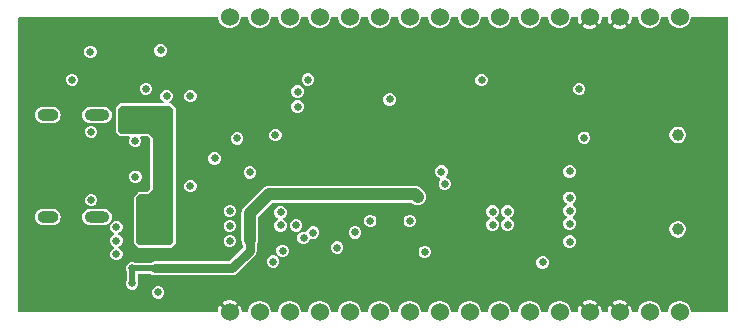
<source format=gbr>
%TF.GenerationSoftware,Altium Limited,Altium Designer,25.4.2 (15)*%
G04 Layer_Physical_Order=3*
G04 Layer_Color=16776960*
%FSLAX45Y45*%
%MOMM*%
%TF.SameCoordinates,D428E1E4-D561-4EBD-83AA-0298DF20FA0A*%
%TF.FilePolarity,Positive*%
%TF.FileFunction,Copper,L3,Inr,Signal*%
%TF.Part,Single*%
G01*
G75*
%TA.AperFunction,Conductor*%
%ADD35C,0.50800*%
%ADD38C,1.01600*%
%TA.AperFunction,ComponentPad*%
%ADD41O,2.10000X1.00000*%
%ADD42O,1.80000X1.00000*%
%ADD43C,0.65000*%
%ADD44C,1.00000*%
%ADD45C,1.52400*%
%TA.AperFunction,ViaPad*%
%ADD46C,0.66040*%
%TA.AperFunction,Conductor*%
%ADD47C,0.76200*%
G36*
X2413522Y1197484D02*
X2414000Y1197962D01*
X2427376Y1221129D01*
X2434300Y1246970D01*
Y1262885D01*
X2490500D01*
Y1247681D01*
X2497056Y1223214D01*
X2509721Y1201277D01*
X2527632Y1183366D01*
X2549568Y1170701D01*
X2574035Y1164145D01*
X2599365D01*
X2623832Y1170701D01*
X2645768Y1183366D01*
X2663679Y1201277D01*
X2676344Y1223214D01*
X2682900Y1247681D01*
Y1262885D01*
X2744500D01*
Y1247681D01*
X2751056Y1223214D01*
X2763721Y1201277D01*
X2781632Y1183366D01*
X2803568Y1170701D01*
X2828035Y1164145D01*
X2853365D01*
X2877832Y1170701D01*
X2899768Y1183366D01*
X2917679Y1201277D01*
X2930344Y1223214D01*
X2936900Y1247681D01*
Y1262885D01*
X3247478D01*
Y-1236910D01*
X3242397Y-1239015D01*
X2936900D01*
Y-1226990D01*
X2930344Y-1202523D01*
X2917679Y-1180586D01*
X2899768Y-1162676D01*
X2877832Y-1150011D01*
X2853365Y-1143455D01*
X2828035D01*
X2803568Y-1150011D01*
X2781632Y-1162676D01*
X2763721Y-1180586D01*
X2751056Y-1202523D01*
X2744500Y-1226990D01*
Y-1239015D01*
X2682900D01*
Y-1226990D01*
X2676344Y-1202523D01*
X2663679Y-1180586D01*
X2645768Y-1162676D01*
X2623832Y-1150011D01*
X2599365Y-1143455D01*
X2574035D01*
X2549568Y-1150011D01*
X2527632Y-1162676D01*
X2509721Y-1180586D01*
X2497056Y-1202523D01*
X2490500Y-1226990D01*
Y-1239015D01*
X2434300D01*
Y-1226279D01*
X2427376Y-1200439D01*
X2414000Y-1177271D01*
X2413522Y-1176792D01*
X2341680Y-1248635D01*
X2332699Y-1239655D01*
X2323719Y-1248635D01*
X2251877Y-1176793D01*
X2251400Y-1177271D01*
X2238024Y-1200439D01*
X2231100Y-1226279D01*
Y-1239015D01*
X2180300D01*
Y-1226279D01*
X2173376Y-1200439D01*
X2160000Y-1177271D01*
X2159522Y-1176792D01*
X2087680Y-1248635D01*
X2078699Y-1239655D01*
X2069719Y-1248635D01*
X1997877Y-1176793D01*
X1997400Y-1177271D01*
X1984024Y-1200439D01*
X1977100Y-1226279D01*
Y-1239015D01*
X1920900D01*
Y-1226990D01*
X1914344Y-1202523D01*
X1901679Y-1180586D01*
X1883768Y-1162676D01*
X1861832Y-1150011D01*
X1837365Y-1143455D01*
X1812035D01*
X1787568Y-1150011D01*
X1765632Y-1162676D01*
X1747721Y-1180586D01*
X1735056Y-1202523D01*
X1728500Y-1226990D01*
Y-1239015D01*
X1666900D01*
Y-1226990D01*
X1660344Y-1202523D01*
X1647679Y-1180586D01*
X1629768Y-1162676D01*
X1607832Y-1150011D01*
X1583365Y-1143455D01*
X1558035D01*
X1533568Y-1150011D01*
X1511632Y-1162676D01*
X1493721Y-1180586D01*
X1481056Y-1202523D01*
X1474500Y-1226990D01*
Y-1239015D01*
X1412900D01*
Y-1226990D01*
X1406344Y-1202523D01*
X1393679Y-1180586D01*
X1375768Y-1162676D01*
X1353832Y-1150011D01*
X1329365Y-1143455D01*
X1304035D01*
X1279568Y-1150011D01*
X1257632Y-1162676D01*
X1239721Y-1180586D01*
X1227056Y-1202523D01*
X1220500Y-1226990D01*
Y-1239015D01*
X1158900D01*
Y-1226990D01*
X1152344Y-1202523D01*
X1139679Y-1180586D01*
X1121768Y-1162676D01*
X1099832Y-1150011D01*
X1075365Y-1143455D01*
X1050035D01*
X1025568Y-1150011D01*
X1003632Y-1162676D01*
X985721Y-1180586D01*
X973056Y-1202523D01*
X966500Y-1226990D01*
Y-1239015D01*
X904900D01*
Y-1226990D01*
X898344Y-1202523D01*
X885679Y-1180586D01*
X867768Y-1162676D01*
X845832Y-1150011D01*
X821365Y-1143455D01*
X796035D01*
X771568Y-1150011D01*
X749632Y-1162676D01*
X731721Y-1180586D01*
X719056Y-1202523D01*
X712500Y-1226990D01*
Y-1239015D01*
X650900D01*
Y-1226990D01*
X644344Y-1202523D01*
X631679Y-1180586D01*
X613768Y-1162676D01*
X591832Y-1150011D01*
X567365Y-1143455D01*
X542035D01*
X517568Y-1150011D01*
X495632Y-1162676D01*
X477721Y-1180586D01*
X465056Y-1202523D01*
X458500Y-1226990D01*
Y-1239015D01*
X396900D01*
Y-1226990D01*
X390344Y-1202523D01*
X377679Y-1180586D01*
X359768Y-1162676D01*
X337832Y-1150011D01*
X313365Y-1143455D01*
X288035D01*
X263568Y-1150011D01*
X241632Y-1162676D01*
X223721Y-1180586D01*
X211056Y-1202523D01*
X204500Y-1226990D01*
Y-1239015D01*
X142900D01*
Y-1226990D01*
X136344Y-1202523D01*
X123679Y-1180586D01*
X105768Y-1162676D01*
X83832Y-1150011D01*
X59365Y-1143455D01*
X34035D01*
X9568Y-1150011D01*
X-12368Y-1162676D01*
X-30279Y-1180586D01*
X-42944Y-1202523D01*
X-49500Y-1226990D01*
Y-1239015D01*
X-111100D01*
Y-1226990D01*
X-117656Y-1202523D01*
X-130321Y-1180586D01*
X-148232Y-1162676D01*
X-170168Y-1150011D01*
X-194635Y-1143455D01*
X-219965D01*
X-244432Y-1150011D01*
X-266368Y-1162676D01*
X-284279Y-1180586D01*
X-296944Y-1202523D01*
X-303500Y-1226990D01*
Y-1239015D01*
X-365100D01*
Y-1226990D01*
X-371656Y-1202523D01*
X-384321Y-1180586D01*
X-402232Y-1162676D01*
X-424168Y-1150011D01*
X-448635Y-1143455D01*
X-473965D01*
X-498432Y-1150011D01*
X-520368Y-1162676D01*
X-538279Y-1180586D01*
X-550944Y-1202523D01*
X-557500Y-1226990D01*
Y-1239015D01*
X-619100D01*
Y-1226990D01*
X-625656Y-1202523D01*
X-638321Y-1180586D01*
X-656232Y-1162676D01*
X-678168Y-1150011D01*
X-702635Y-1143455D01*
X-727965D01*
X-752432Y-1150011D01*
X-774368Y-1162676D01*
X-792279Y-1180586D01*
X-804944Y-1202523D01*
X-811500Y-1226990D01*
Y-1239015D01*
X-867700D01*
Y-1226279D01*
X-874624Y-1200439D01*
X-888000Y-1177271D01*
X-888478Y-1176792D01*
X-960320Y-1248635D01*
X-969301Y-1239655D01*
X-978281Y-1248635D01*
X-1050123Y-1176793D01*
X-1050600Y-1177271D01*
X-1063976Y-1200439D01*
X-1070900Y-1226279D01*
Y-1239015D01*
X-2757082D01*
X-2762144Y1253896D01*
X-2753173Y1262885D01*
X-1065500D01*
Y1247681D01*
X-1058944Y1223214D01*
X-1046279Y1201277D01*
X-1028368Y1183366D01*
X-1006432Y1170701D01*
X-981965Y1164145D01*
X-956635D01*
X-932168Y1170701D01*
X-910232Y1183366D01*
X-892321Y1201277D01*
X-879656Y1223214D01*
X-873100Y1247681D01*
Y1262885D01*
X-811500D01*
Y1247681D01*
X-804944Y1223214D01*
X-792279Y1201277D01*
X-774368Y1183366D01*
X-752432Y1170701D01*
X-727965Y1164145D01*
X-702635D01*
X-678168Y1170701D01*
X-656232Y1183366D01*
X-638321Y1201277D01*
X-625656Y1223214D01*
X-619100Y1247681D01*
Y1262885D01*
X-557500D01*
Y1247681D01*
X-550944Y1223214D01*
X-538279Y1201277D01*
X-520368Y1183366D01*
X-498432Y1170701D01*
X-473965Y1164145D01*
X-448635D01*
X-424168Y1170701D01*
X-402232Y1183366D01*
X-384321Y1201277D01*
X-371656Y1223214D01*
X-365100Y1247681D01*
Y1262885D01*
X-303500D01*
Y1247681D01*
X-296944Y1223214D01*
X-284279Y1201277D01*
X-266368Y1183366D01*
X-244432Y1170701D01*
X-219965Y1164145D01*
X-194635D01*
X-170168Y1170701D01*
X-148232Y1183366D01*
X-130321Y1201277D01*
X-117656Y1223214D01*
X-111100Y1247681D01*
Y1262885D01*
X-49500D01*
Y1247681D01*
X-42944Y1223214D01*
X-30279Y1201277D01*
X-12368Y1183366D01*
X9568Y1170701D01*
X34035Y1164145D01*
X59365D01*
X83832Y1170701D01*
X105768Y1183366D01*
X123679Y1201277D01*
X136344Y1223214D01*
X142900Y1247681D01*
Y1262885D01*
X204500D01*
Y1247681D01*
X211056Y1223214D01*
X223721Y1201277D01*
X241632Y1183366D01*
X263568Y1170701D01*
X288035Y1164145D01*
X313365D01*
X337832Y1170701D01*
X359768Y1183366D01*
X377679Y1201277D01*
X390344Y1223214D01*
X396900Y1247681D01*
Y1262885D01*
X458500D01*
Y1247681D01*
X465056Y1223214D01*
X477721Y1201277D01*
X495632Y1183366D01*
X517568Y1170701D01*
X542035Y1164145D01*
X567365D01*
X591832Y1170701D01*
X613768Y1183366D01*
X631679Y1201277D01*
X644344Y1223214D01*
X650900Y1247681D01*
Y1262885D01*
X712500D01*
Y1247681D01*
X719056Y1223214D01*
X731721Y1201277D01*
X749632Y1183366D01*
X771568Y1170701D01*
X796035Y1164145D01*
X821365D01*
X845832Y1170701D01*
X867768Y1183366D01*
X885679Y1201277D01*
X898344Y1223214D01*
X904900Y1247681D01*
Y1262885D01*
X966500D01*
Y1247681D01*
X973056Y1223214D01*
X985721Y1201277D01*
X1003632Y1183366D01*
X1025568Y1170701D01*
X1050035Y1164145D01*
X1075365D01*
X1099832Y1170701D01*
X1121768Y1183366D01*
X1139679Y1201277D01*
X1152344Y1223214D01*
X1158900Y1247681D01*
Y1262885D01*
X1220500D01*
Y1247681D01*
X1227056Y1223214D01*
X1239721Y1201277D01*
X1257632Y1183366D01*
X1279568Y1170701D01*
X1304035Y1164145D01*
X1329365D01*
X1353832Y1170701D01*
X1375768Y1183366D01*
X1393679Y1201277D01*
X1406344Y1223214D01*
X1412900Y1247681D01*
Y1262885D01*
X1474500D01*
Y1247681D01*
X1481056Y1223214D01*
X1493721Y1201277D01*
X1511632Y1183366D01*
X1533568Y1170701D01*
X1558035Y1164145D01*
X1583365D01*
X1607832Y1170701D01*
X1629768Y1183366D01*
X1647679Y1201277D01*
X1660344Y1223214D01*
X1666900Y1247681D01*
Y1262885D01*
X1728500D01*
Y1247681D01*
X1735056Y1223214D01*
X1747721Y1201277D01*
X1765632Y1183366D01*
X1787568Y1170701D01*
X1812035Y1164145D01*
X1837365D01*
X1861832Y1170701D01*
X1883768Y1183366D01*
X1901679Y1201277D01*
X1914344Y1223214D01*
X1920900Y1247681D01*
Y1262885D01*
X1977100D01*
Y1246970D01*
X1984024Y1221129D01*
X1997400Y1197962D01*
X1997878Y1197484D01*
X2069720Y1269326D01*
X2078700Y1260345D01*
X2087680Y1269326D01*
X2159522Y1197484D01*
X2160000Y1197962D01*
X2173376Y1221129D01*
X2180300Y1246970D01*
Y1262885D01*
X2231100D01*
Y1246970D01*
X2238024Y1221129D01*
X2251400Y1197962D01*
X2251878Y1197484D01*
X2323720Y1269326D01*
X2332700Y1260345D01*
X2341680Y1269326D01*
X2413522Y1197484D01*
D02*
G37*
%LPC*%
G36*
X2332700Y1242385D02*
X2269838Y1179523D01*
X2270316Y1179045D01*
X2293484Y1165669D01*
X2319324Y1158745D01*
X2346076D01*
X2371916Y1165669D01*
X2395084Y1179045D01*
X2395562Y1179523D01*
X2332700Y1242385D01*
D02*
G37*
G36*
X2078700D02*
X2015838Y1179523D01*
X2016316Y1179045D01*
X2039484Y1165669D01*
X2065324Y1158745D01*
X2092076D01*
X2117916Y1165669D01*
X2141084Y1179045D01*
X2141562Y1179523D01*
X2078700Y1242385D01*
D02*
G37*
G36*
X-1542576Y1028885D02*
X-1563669D01*
X-1583156Y1020814D01*
X-1598070Y1005899D01*
X-1606142Y986412D01*
Y965319D01*
X-1598070Y945832D01*
X-1583156Y930917D01*
X-1563669Y922846D01*
X-1542576D01*
X-1523089Y930917D01*
X-1508174Y945832D01*
X-1500102Y965319D01*
Y986412D01*
X-1508174Y1005899D01*
X-1523089Y1020814D01*
X-1542576Y1028885D01*
D02*
G37*
G36*
X-2136936Y1016185D02*
X-2158029D01*
X-2177516Y1008114D01*
X-2192430Y993199D01*
X-2200502Y973712D01*
Y952619D01*
X-2192430Y933132D01*
X-2177516Y918217D01*
X-2158029Y910145D01*
X-2136936D01*
X-2117449Y918217D01*
X-2102534Y933132D01*
X-2094462Y952619D01*
Y973712D01*
X-2102534Y993199D01*
X-2117449Y1008114D01*
X-2136936Y1016185D01*
D02*
G37*
G36*
X-295436Y782505D02*
X-316529D01*
X-336016Y774434D01*
X-350930Y759519D01*
X-359002Y740032D01*
Y718939D01*
X-350930Y699452D01*
X-336016Y684537D01*
X-316529Y676466D01*
X-295436D01*
X-275949Y684537D01*
X-261034Y699452D01*
X-252962Y718939D01*
Y740032D01*
X-261034Y759519D01*
X-275949Y774434D01*
X-295436Y782505D01*
D02*
G37*
G36*
X-2291876Y779965D02*
X-2312969D01*
X-2332456Y771894D01*
X-2347370Y756979D01*
X-2355442Y737492D01*
Y716399D01*
X-2347370Y696912D01*
X-2332456Y681997D01*
X-2312969Y673926D01*
X-2291876D01*
X-2272389Y681997D01*
X-2257474Y696912D01*
X-2249402Y716399D01*
Y737492D01*
X-2257474Y756979D01*
X-2272389Y771894D01*
X-2291876Y779965D01*
D02*
G37*
G36*
X1175224Y777425D02*
X1154131D01*
X1134644Y769354D01*
X1119730Y754439D01*
X1111658Y734952D01*
Y713859D01*
X1119730Y694372D01*
X1134644Y679457D01*
X1154131Y671386D01*
X1175224D01*
X1194711Y679457D01*
X1209626Y694372D01*
X1217698Y713859D01*
Y734952D01*
X1209626Y754439D01*
X1194711Y769354D01*
X1175224Y777425D01*
D02*
G37*
G36*
X-1667036Y703765D02*
X-1688129D01*
X-1707616Y695694D01*
X-1722530Y680779D01*
X-1730602Y661292D01*
Y640199D01*
X-1722530Y620712D01*
X-1707616Y605797D01*
X-1688129Y597725D01*
X-1667036D01*
X-1647549Y605797D01*
X-1632634Y620712D01*
X-1624562Y640199D01*
Y661292D01*
X-1632634Y680779D01*
X-1647549Y695694D01*
X-1667036Y703765D01*
D02*
G37*
G36*
X2000724Y701225D02*
X1979631D01*
X1960144Y693154D01*
X1945230Y678239D01*
X1937158Y658752D01*
Y637659D01*
X1945230Y618172D01*
X1960144Y603257D01*
X1979631Y595185D01*
X2000724D01*
X2020211Y603257D01*
X2035126Y618172D01*
X2043198Y637659D01*
Y658752D01*
X2035126Y678239D01*
X2020211Y693154D01*
X2000724Y701225D01*
D02*
G37*
G36*
X-381796Y680905D02*
X-402889D01*
X-422376Y672834D01*
X-437290Y657919D01*
X-445362Y638432D01*
Y617339D01*
X-437290Y597852D01*
X-422376Y582937D01*
X-402889Y574865D01*
X-381796D01*
X-362309Y582937D01*
X-347394Y597852D01*
X-339322Y617339D01*
Y638432D01*
X-347394Y657919D01*
X-362309Y672834D01*
X-381796Y680905D01*
D02*
G37*
G36*
X-1290554Y642915D02*
X-1311647D01*
X-1331133Y634844D01*
X-1346048Y619929D01*
X-1354120Y600442D01*
Y579349D01*
X-1346048Y559862D01*
X-1331133Y544947D01*
X-1311647Y536875D01*
X-1290554D01*
X-1271067Y544947D01*
X-1256152Y559862D01*
X-1248080Y579349D01*
Y600442D01*
X-1256152Y619929D01*
X-1271067Y634844D01*
X-1290554Y642915D01*
D02*
G37*
G36*
X-1492154D02*
X-1513247D01*
X-1532734Y634844D01*
X-1547648Y619929D01*
X-1555720Y600442D01*
Y579349D01*
X-1547648Y559862D01*
X-1532734Y544947D01*
X-1524646Y541597D01*
X-1527172Y528897D01*
X-1890649D01*
X-1891626Y528703D01*
X-1892619Y528802D01*
X-1895501Y527932D01*
X-1898453Y527345D01*
X-1899281Y526791D01*
X-1900236Y526503D01*
X-1902565Y524597D01*
X-1905068Y522925D01*
X-1905622Y522096D01*
X-1906393Y521465D01*
X-1929547Y493334D01*
X-1930970Y490682D01*
X-1932643Y488179D01*
X-1932837Y487202D01*
X-1933308Y486323D01*
X-1933608Y483326D01*
X-1934195Y480375D01*
X-1934194Y295145D01*
X-1932642Y287341D01*
X-1928221Y280726D01*
X-1928221Y280725D01*
X-1905362Y257867D01*
X-1905362Y257866D01*
X-1898746Y253446D01*
X-1890942Y251894D01*
X-1817489D01*
X-1812629Y240160D01*
X-1813970Y238819D01*
X-1822042Y219332D01*
Y198239D01*
X-1813970Y178752D01*
X-1799056Y163837D01*
X-1779569Y155766D01*
X-1758476D01*
X-1738989Y163837D01*
X-1724074Y178752D01*
X-1716002Y198239D01*
Y219332D01*
X-1724074Y238819D01*
X-1725416Y240160D01*
X-1720556Y251894D01*
X-1662876D01*
X-1639554Y228572D01*
Y-195936D01*
X-1666562Y-222943D01*
X-1733462Y-222943D01*
X-1741266Y-224495D01*
X-1747882Y-228915D01*
X-1747882Y-228916D01*
X-1773282Y-254315D01*
X-1777702Y-260931D01*
X-1779254Y-268735D01*
X-1779255Y-649735D01*
X-1777702Y-657538D01*
X-1773282Y-664154D01*
X-1773281Y-664155D01*
X-1747882Y-689553D01*
X-1747882Y-689554D01*
X-1741266Y-693974D01*
X-1733462Y-695527D01*
X-1469304D01*
X-1469303Y-695527D01*
X-1461499Y-693974D01*
X-1454883Y-689554D01*
X-1454883Y-689553D01*
X-1429483Y-664154D01*
X-1425063Y-657538D01*
X-1423510Y-649735D01*
Y478024D01*
X-1423510Y478025D01*
X-1425063Y485829D01*
X-1429483Y492445D01*
X-1429484Y492445D01*
X-1459963Y522925D01*
X-1466579Y527345D01*
X-1474382Y528897D01*
X-1478228D01*
X-1480754Y541597D01*
X-1472667Y544947D01*
X-1457752Y559862D01*
X-1449680Y579349D01*
Y600442D01*
X-1457752Y619929D01*
X-1472667Y634844D01*
X-1492154Y642915D01*
D02*
G37*
G36*
X397984Y614865D02*
X376891D01*
X357404Y606794D01*
X342490Y591879D01*
X334418Y572392D01*
Y551299D01*
X342490Y531812D01*
X357404Y516897D01*
X376891Y508825D01*
X397984D01*
X417471Y516897D01*
X432386Y531812D01*
X440458Y551299D01*
Y572392D01*
X432386Y591879D01*
X417471Y606794D01*
X397984Y614865D01*
D02*
G37*
G36*
X-381796Y553905D02*
X-402889D01*
X-422376Y545834D01*
X-437290Y530919D01*
X-445362Y511432D01*
Y490339D01*
X-437290Y470852D01*
X-422376Y455937D01*
X-402889Y447865D01*
X-381796D01*
X-362309Y455937D01*
X-347394Y470852D01*
X-339322Y490339D01*
Y511432D01*
X-347394Y530919D01*
X-362309Y545834D01*
X-381796Y553905D01*
D02*
G37*
G36*
X-2036192Y500569D02*
X-2146193D01*
X-2164466Y498163D01*
X-2181494Y491110D01*
X-2196117Y479890D01*
X-2207337Y465267D01*
X-2214391Y448239D01*
X-2216796Y429965D01*
X-2214391Y411692D01*
X-2207337Y394663D01*
X-2196117Y380041D01*
X-2181494Y368821D01*
X-2164466Y361767D01*
X-2146193Y359361D01*
X-2036192D01*
X-2017919Y361767D01*
X-2000890Y368821D01*
X-1986268Y380041D01*
X-1975048Y394663D01*
X-1967994Y411692D01*
X-1965588Y429965D01*
X-1967994Y448239D01*
X-1975048Y465267D01*
X-1986268Y479890D01*
X-2000890Y491110D01*
X-2017919Y498163D01*
X-2036192Y500569D01*
D02*
G37*
G36*
X-2469192D02*
X-2549192D01*
X-2567466Y498163D01*
X-2584494Y491110D01*
X-2599117Y479890D01*
X-2610337Y465267D01*
X-2617390Y448239D01*
X-2619796Y429965D01*
X-2617390Y411692D01*
X-2610337Y394663D01*
X-2599117Y380041D01*
X-2584494Y368821D01*
X-2567466Y361767D01*
X-2549192Y359361D01*
X-2469192D01*
X-2450919Y361767D01*
X-2433890Y368821D01*
X-2419268Y380041D01*
X-2408048Y394663D01*
X-2400994Y411692D01*
X-2398589Y429965D01*
X-2400994Y448239D01*
X-2408048Y465267D01*
X-2419268Y479890D01*
X-2433890Y491110D01*
X-2450919Y498163D01*
X-2469192Y500569D01*
D02*
G37*
G36*
X-2130749Y339466D02*
X-2151635D01*
X-2170931Y331473D01*
X-2185700Y316704D01*
X-2193692Y297409D01*
Y276523D01*
X-2185700Y257227D01*
X-2170931Y242458D01*
X-2151635Y234466D01*
X-2130749D01*
X-2111453Y242458D01*
X-2096685Y257227D01*
X-2088692Y276523D01*
Y297409D01*
X-2096685Y316704D01*
X-2111453Y331473D01*
X-2130749Y339466D01*
D02*
G37*
G36*
X-571114Y312100D02*
X-592206D01*
X-611693Y304028D01*
X-626608Y289113D01*
X-634680Y269626D01*
Y248534D01*
X-626608Y229047D01*
X-611693Y214132D01*
X-592206Y206060D01*
X-571114D01*
X-551627Y214132D01*
X-536712Y229047D01*
X-528640Y248534D01*
Y269626D01*
X-536712Y289113D01*
X-551627Y304028D01*
X-571114Y312100D01*
D02*
G37*
G36*
X2835056Y331939D02*
X2816624D01*
X2798821Y327169D01*
X2782859Y317953D01*
X2769826Y304920D01*
X2760610Y288958D01*
X2755840Y271155D01*
Y252723D01*
X2760610Y234920D01*
X2769826Y218958D01*
X2782859Y205925D01*
X2798821Y196710D01*
X2816624Y191939D01*
X2835056D01*
X2852859Y196710D01*
X2868821Y205925D01*
X2881854Y218958D01*
X2891069Y234920D01*
X2895840Y252723D01*
Y271155D01*
X2891069Y288958D01*
X2881854Y304920D01*
X2868821Y317953D01*
X2852859Y327169D01*
X2835056Y331939D01*
D02*
G37*
G36*
X2043904Y289745D02*
X2022811D01*
X2003324Y281674D01*
X1988410Y266759D01*
X1980338Y247272D01*
Y226179D01*
X1988410Y206692D01*
X2003324Y191777D01*
X2022811Y183705D01*
X2043904D01*
X2063391Y191777D01*
X2078306Y206692D01*
X2086378Y226179D01*
Y247272D01*
X2078306Y266759D01*
X2063391Y281674D01*
X2043904Y289745D01*
D02*
G37*
G36*
X-894876Y284665D02*
X-915969D01*
X-935456Y276594D01*
X-950370Y261679D01*
X-958442Y242192D01*
Y221099D01*
X-950370Y201612D01*
X-935456Y186697D01*
X-915969Y178625D01*
X-894876D01*
X-875389Y186697D01*
X-860474Y201612D01*
X-852402Y221099D01*
Y242192D01*
X-860474Y261679D01*
X-875389Y276594D01*
X-894876Y284665D01*
D02*
G37*
G36*
X-1085376Y114485D02*
X-1106469D01*
X-1125956Y106414D01*
X-1140870Y91499D01*
X-1148942Y72012D01*
Y50919D01*
X-1140870Y31432D01*
X-1125956Y16517D01*
X-1106469Y8446D01*
X-1085376D01*
X-1065889Y16517D01*
X-1050974Y31432D01*
X-1042902Y50919D01*
Y72012D01*
X-1050974Y91499D01*
X-1065889Y106414D01*
X-1085376Y114485D01*
D02*
G37*
G36*
X1921984Y5265D02*
X1900891D01*
X1881404Y-2806D01*
X1866490Y-17721D01*
X1858418Y-37208D01*
Y-58301D01*
X1866490Y-77788D01*
X1881404Y-92703D01*
X1900891Y-100774D01*
X1921984D01*
X1941471Y-92703D01*
X1956386Y-77788D01*
X1964458Y-58301D01*
Y-37208D01*
X1956386Y-17721D01*
X1941471Y-2806D01*
X1921984Y5265D01*
D02*
G37*
G36*
X-785656Y-2355D02*
X-806749D01*
X-826236Y-10426D01*
X-841150Y-25341D01*
X-849222Y-44828D01*
Y-65921D01*
X-841150Y-85408D01*
X-826236Y-100323D01*
X-806749Y-108394D01*
X-785656D01*
X-766169Y-100323D01*
X-751254Y-85408D01*
X-743182Y-65921D01*
Y-44828D01*
X-751254Y-25341D01*
X-766169Y-10426D01*
X-785656Y-2355D01*
D02*
G37*
G36*
X-1755936Y-40455D02*
X-1777029D01*
X-1796516Y-48526D01*
X-1811430Y-63441D01*
X-1819502Y-82928D01*
Y-104021D01*
X-1811430Y-123508D01*
X-1796516Y-138423D01*
X-1777029Y-146494D01*
X-1755936D01*
X-1736449Y-138423D01*
X-1721534Y-123508D01*
X-1713462Y-104021D01*
Y-82928D01*
X-1721534Y-63441D01*
X-1736449Y-48526D01*
X-1755936Y-40455D01*
D02*
G37*
G36*
X600798Y-169383D02*
X600796Y-169384D01*
X-636180D01*
X-636182Y-169383D01*
X-654665Y-171817D01*
X-671888Y-178951D01*
X-686678Y-190299D01*
X-686678Y-190300D01*
X-849238Y-352859D01*
X-860586Y-367649D01*
X-867720Y-384872D01*
X-870153Y-403355D01*
X-870153Y-403357D01*
Y-629415D01*
X-867720Y-647897D01*
X-860586Y-665120D01*
X-857981Y-668516D01*
Y-696317D01*
X-970600Y-808936D01*
X-1601382D01*
X-1624052Y-813446D01*
X-1636682Y-821885D01*
X-1767627D01*
X-1783876Y-815155D01*
X-1804969D01*
X-1824456Y-823226D01*
X-1839370Y-838141D01*
X-1847442Y-857628D01*
Y-878721D01*
X-1840712Y-894970D01*
Y-968380D01*
X-1847442Y-984628D01*
Y-1005721D01*
X-1839370Y-1025208D01*
X-1824456Y-1040123D01*
X-1804969Y-1048194D01*
X-1783876D01*
X-1764389Y-1040123D01*
X-1749474Y-1025208D01*
X-1741402Y-1005721D01*
Y-984628D01*
X-1748133Y-968380D01*
Y-914464D01*
X-1636682D01*
X-1624052Y-922903D01*
X-1601382Y-927413D01*
X-946062D01*
X-923393Y-922903D01*
X-904175Y-910062D01*
X-756855Y-762742D01*
X-744013Y-743524D01*
X-739504Y-720855D01*
Y-668516D01*
X-736899Y-665120D01*
X-729765Y-647897D01*
X-727332Y-629415D01*
Y-432934D01*
X-606603Y-312205D01*
X571218D01*
X573162Y-314149D01*
X587952Y-325498D01*
X605175Y-332632D01*
X623658Y-335066D01*
X642140Y-332632D01*
X659363Y-325498D01*
X674153Y-314149D01*
X685501Y-299360D01*
X692635Y-282137D01*
X695069Y-263655D01*
X692635Y-245172D01*
X685501Y-227949D01*
X674153Y-213159D01*
X651293Y-190299D01*
X636503Y-178951D01*
X619280Y-171817D01*
X600798Y-169383D01*
D02*
G37*
G36*
X836046Y2220D02*
X814954D01*
X795467Y-5852D01*
X780552Y-20767D01*
X772480Y-40254D01*
Y-61346D01*
X780552Y-80833D01*
X795467Y-95748D01*
X813198Y-103093D01*
X816363Y-110263D01*
X817731Y-116520D01*
X809850Y-124401D01*
X801778Y-143888D01*
Y-164981D01*
X809850Y-184468D01*
X824764Y-199383D01*
X844251Y-207455D01*
X865344D01*
X884831Y-199383D01*
X899746Y-184468D01*
X907818Y-164981D01*
Y-143888D01*
X899746Y-124401D01*
X884831Y-109486D01*
X867100Y-102142D01*
X863935Y-94971D01*
X862567Y-88715D01*
X870448Y-80833D01*
X878520Y-61346D01*
Y-40254D01*
X870448Y-20767D01*
X855533Y-5852D01*
X836046Y2220D01*
D02*
G37*
G36*
X-1290554Y-119085D02*
X-1311647D01*
X-1331133Y-127156D01*
X-1346048Y-142071D01*
X-1354120Y-161558D01*
Y-182651D01*
X-1346048Y-202138D01*
X-1331133Y-217053D01*
X-1311647Y-225125D01*
X-1290554D01*
X-1271067Y-217053D01*
X-1256152Y-202138D01*
X-1248080Y-182651D01*
Y-161558D01*
X-1256152Y-142071D01*
X-1271067Y-127156D01*
X-1290554Y-119085D01*
D02*
G37*
G36*
X-2130749Y-238534D02*
X-2151635D01*
X-2170931Y-246527D01*
X-2185700Y-261296D01*
X-2193692Y-280592D01*
Y-301477D01*
X-2185700Y-320773D01*
X-2170931Y-335542D01*
X-2151635Y-343534D01*
X-2130749D01*
X-2111453Y-335542D01*
X-2096685Y-320773D01*
X-2088692Y-301477D01*
Y-280592D01*
X-2096685Y-261296D01*
X-2111453Y-246527D01*
X-2130749Y-238534D01*
D02*
G37*
G36*
X-955836Y-330015D02*
X-976929D01*
X-996416Y-338086D01*
X-1011330Y-353001D01*
X-1019402Y-372488D01*
Y-393581D01*
X-1011330Y-413068D01*
X-996416Y-427983D01*
X-976929Y-436055D01*
X-955836D01*
X-936349Y-427983D01*
X-921434Y-413068D01*
X-913362Y-393581D01*
Y-372488D01*
X-921434Y-353001D01*
X-936349Y-338086D01*
X-955836Y-330015D01*
D02*
G37*
G36*
X-2036192Y-363431D02*
X-2146193D01*
X-2164466Y-365837D01*
X-2181494Y-372890D01*
X-2196117Y-384110D01*
X-2207337Y-398733D01*
X-2214391Y-415761D01*
X-2216796Y-434035D01*
X-2214391Y-452308D01*
X-2207337Y-469337D01*
X-2196117Y-483959D01*
X-2181494Y-495179D01*
X-2164466Y-502233D01*
X-2146193Y-504639D01*
X-2036192D01*
X-2017919Y-502233D01*
X-2000890Y-495179D01*
X-1986268Y-483959D01*
X-1975048Y-469337D01*
X-1967994Y-452308D01*
X-1965588Y-434035D01*
X-1967994Y-415761D01*
X-1975048Y-398733D01*
X-1986268Y-384110D01*
X-2000890Y-372890D01*
X-2017919Y-365837D01*
X-2036192Y-363431D01*
D02*
G37*
G36*
X-2469192D02*
X-2549192D01*
X-2567466Y-365837D01*
X-2584494Y-372890D01*
X-2599117Y-384110D01*
X-2610337Y-398733D01*
X-2617390Y-415761D01*
X-2619796Y-434035D01*
X-2617390Y-452308D01*
X-2610337Y-469337D01*
X-2599117Y-483959D01*
X-2584494Y-495179D01*
X-2567466Y-502233D01*
X-2549192Y-504639D01*
X-2469192D01*
X-2450919Y-502233D01*
X-2433890Y-495179D01*
X-2419268Y-483959D01*
X-2408048Y-469337D01*
X-2400994Y-452308D01*
X-2398589Y-434035D01*
X-2400994Y-415761D01*
X-2408048Y-398733D01*
X-2419268Y-384110D01*
X-2433890Y-372890D01*
X-2450919Y-365837D01*
X-2469192Y-363431D01*
D02*
G37*
G36*
X567786Y-414475D02*
X546694D01*
X527207Y-422547D01*
X512292Y-437461D01*
X504220Y-456948D01*
Y-478041D01*
X512292Y-497528D01*
X527207Y-512443D01*
X546694Y-520515D01*
X567786D01*
X587273Y-512443D01*
X602188Y-497528D01*
X610260Y-478041D01*
Y-456948D01*
X602188Y-437461D01*
X587273Y-422547D01*
X567786Y-414475D01*
D02*
G37*
G36*
X232506D02*
X211414D01*
X191927Y-422547D01*
X177012Y-437461D01*
X168940Y-456948D01*
Y-478041D01*
X177012Y-497528D01*
X191927Y-512443D01*
X211414Y-520515D01*
X232506D01*
X251993Y-512443D01*
X266908Y-497528D01*
X274980Y-478041D01*
Y-456948D01*
X266908Y-437461D01*
X251993Y-422547D01*
X232506Y-414475D01*
D02*
G37*
G36*
X1921984Y-218255D02*
X1900891D01*
X1881404Y-226326D01*
X1866490Y-241241D01*
X1858418Y-260728D01*
Y-281821D01*
X1866490Y-301308D01*
X1881404Y-316223D01*
X1888137Y-319011D01*
Y-332758D01*
X1881404Y-335546D01*
X1866490Y-350461D01*
X1858418Y-369948D01*
Y-391041D01*
X1866490Y-410528D01*
X1881404Y-425443D01*
X1888137Y-428231D01*
Y-441978D01*
X1881404Y-444766D01*
X1866490Y-459681D01*
X1858418Y-479168D01*
Y-500261D01*
X1866490Y-519748D01*
X1881404Y-534663D01*
X1900891Y-542734D01*
X1921984D01*
X1941471Y-534663D01*
X1956386Y-519748D01*
X1964458Y-500261D01*
Y-479168D01*
X1956386Y-459681D01*
X1941471Y-444766D01*
X1934739Y-441978D01*
Y-428231D01*
X1941471Y-425443D01*
X1956386Y-410528D01*
X1964458Y-391041D01*
Y-369948D01*
X1956386Y-350461D01*
X1941471Y-335546D01*
X1934739Y-332758D01*
Y-319011D01*
X1941471Y-316223D01*
X1956386Y-301308D01*
X1964458Y-281821D01*
Y-260728D01*
X1956386Y-241241D01*
X1941471Y-226326D01*
X1921984Y-218255D01*
D02*
G37*
G36*
X1396204Y-335095D02*
X1375111D01*
X1355624Y-343166D01*
X1340710Y-358081D01*
X1332638Y-377568D01*
Y-398661D01*
X1340710Y-418148D01*
X1355624Y-433063D01*
X1362708Y-435997D01*
Y-449743D01*
X1355624Y-452677D01*
X1340710Y-467592D01*
X1332638Y-487079D01*
Y-508172D01*
X1340710Y-527659D01*
X1355624Y-542573D01*
X1375111Y-550645D01*
X1396204D01*
X1415691Y-542573D01*
X1430606Y-527659D01*
X1438678Y-508172D01*
Y-487079D01*
X1430606Y-467592D01*
X1415691Y-452677D01*
X1408608Y-449743D01*
Y-435997D01*
X1415691Y-433063D01*
X1430606Y-418148D01*
X1438678Y-398661D01*
Y-377568D01*
X1430606Y-358081D01*
X1415691Y-343166D01*
X1396204Y-335095D01*
D02*
G37*
G36*
X1269204D02*
X1248111D01*
X1228624Y-343166D01*
X1213710Y-358081D01*
X1205638Y-377568D01*
Y-398661D01*
X1213710Y-418148D01*
X1228624Y-433063D01*
X1235708Y-435997D01*
Y-449743D01*
X1228624Y-452677D01*
X1213710Y-467592D01*
X1205638Y-487079D01*
Y-508172D01*
X1213710Y-527659D01*
X1228624Y-542573D01*
X1248111Y-550645D01*
X1269204D01*
X1288691Y-542573D01*
X1303606Y-527659D01*
X1311678Y-508172D01*
Y-487079D01*
X1303606Y-467592D01*
X1288691Y-452677D01*
X1281608Y-449743D01*
Y-435997D01*
X1288691Y-433063D01*
X1303606Y-418148D01*
X1311678Y-398661D01*
Y-377568D01*
X1303606Y-358081D01*
X1288691Y-343166D01*
X1269204Y-335095D01*
D02*
G37*
G36*
X-394518Y-452219D02*
X-415611D01*
X-435098Y-460291D01*
X-450013Y-475206D01*
X-458084Y-494693D01*
Y-515785D01*
X-450013Y-535272D01*
X-435098Y-550187D01*
X-415611Y-558259D01*
X-394518D01*
X-375031Y-550187D01*
X-360116Y-535272D01*
X-352045Y-515785D01*
Y-494693D01*
X-360116Y-475206D01*
X-375031Y-460291D01*
X-394518Y-452219D01*
D02*
G37*
G36*
X-526576Y-342715D02*
X-547669D01*
X-567156Y-350786D01*
X-582070Y-365701D01*
X-590142Y-385188D01*
Y-406281D01*
X-582070Y-425768D01*
X-567156Y-440683D01*
X-560080Y-443614D01*
Y-457360D01*
X-567156Y-460291D01*
X-582070Y-475206D01*
X-590142Y-494693D01*
Y-515785D01*
X-582070Y-535272D01*
X-567156Y-550187D01*
X-547669Y-558259D01*
X-526576D01*
X-507089Y-550187D01*
X-492174Y-535272D01*
X-484102Y-515785D01*
Y-494693D01*
X-492174Y-475206D01*
X-507089Y-460291D01*
X-514165Y-457360D01*
Y-443614D01*
X-507089Y-440683D01*
X-492174Y-425768D01*
X-484102Y-406281D01*
Y-385188D01*
X-492174Y-365701D01*
X-507089Y-350786D01*
X-526576Y-342715D01*
D02*
G37*
G36*
X-251074Y-513400D02*
X-272166D01*
X-291653Y-521472D01*
X-306568Y-536387D01*
X-314075Y-554511D01*
X-326373Y-560529D01*
X-330996Y-558615D01*
X-352089D01*
X-371576Y-566686D01*
X-386490Y-581601D01*
X-394562Y-601088D01*
Y-622181D01*
X-386490Y-641668D01*
X-371576Y-656583D01*
X-352089Y-664654D01*
X-330996D01*
X-311509Y-656583D01*
X-296594Y-641668D01*
X-289087Y-623544D01*
X-276789Y-617525D01*
X-272166Y-619440D01*
X-251074D01*
X-231587Y-611368D01*
X-216672Y-596453D01*
X-208600Y-576966D01*
Y-555874D01*
X-216672Y-536387D01*
X-231587Y-521472D01*
X-251074Y-513400D01*
D02*
G37*
G36*
X-955836Y-457015D02*
X-976929D01*
X-996416Y-465086D01*
X-1011330Y-480001D01*
X-1019402Y-499488D01*
Y-520581D01*
X-1011330Y-540068D01*
X-996416Y-554983D01*
X-976929Y-563054D01*
X-955836D01*
X-936349Y-554983D01*
X-921434Y-540068D01*
X-913362Y-520581D01*
Y-499488D01*
X-921434Y-480001D01*
X-936349Y-465086D01*
X-955836Y-457015D01*
D02*
G37*
G36*
X2835056Y-468061D02*
X2816624D01*
X2798821Y-472831D01*
X2782859Y-482047D01*
X2769826Y-495080D01*
X2760610Y-511042D01*
X2755840Y-528845D01*
Y-547277D01*
X2760610Y-565080D01*
X2769826Y-581042D01*
X2782859Y-594075D01*
X2798821Y-603290D01*
X2816624Y-608061D01*
X2835056D01*
X2852859Y-603290D01*
X2868821Y-594075D01*
X2881854Y-581042D01*
X2891069Y-565080D01*
X2895840Y-547277D01*
Y-528845D01*
X2891069Y-511042D01*
X2881854Y-495080D01*
X2868821Y-482047D01*
X2852859Y-472831D01*
X2835056Y-468061D01*
D02*
G37*
G36*
X103456Y-510466D02*
X82363D01*
X62876Y-518538D01*
X47961Y-533453D01*
X39889Y-552940D01*
Y-574033D01*
X47961Y-593520D01*
X62876Y-608434D01*
X82363Y-616506D01*
X103456D01*
X122943Y-608434D01*
X137857Y-593520D01*
X145929Y-574033D01*
Y-552940D01*
X137857Y-533453D01*
X122943Y-518538D01*
X103456Y-510466D01*
D02*
G37*
G36*
X-955836Y-584015D02*
X-976929D01*
X-996416Y-592086D01*
X-1011330Y-607001D01*
X-1019402Y-626488D01*
Y-647581D01*
X-1011330Y-667068D01*
X-996416Y-681983D01*
X-976929Y-690055D01*
X-955836D01*
X-936349Y-681983D01*
X-921434Y-667068D01*
X-913362Y-647581D01*
Y-626488D01*
X-921434Y-607001D01*
X-936349Y-592086D01*
X-955836Y-584015D01*
D02*
G37*
G36*
X1921984Y-589095D02*
X1900891D01*
X1881404Y-597166D01*
X1866490Y-612081D01*
X1858418Y-631568D01*
Y-652661D01*
X1866490Y-672148D01*
X1881404Y-687063D01*
X1900891Y-695134D01*
X1921984D01*
X1941471Y-687063D01*
X1956386Y-672148D01*
X1964458Y-652661D01*
Y-631568D01*
X1956386Y-612081D01*
X1941471Y-597166D01*
X1921984Y-589095D01*
D02*
G37*
G36*
X-47874Y-640400D02*
X-68966D01*
X-88453Y-648472D01*
X-103368Y-663387D01*
X-111440Y-682874D01*
Y-703966D01*
X-103368Y-723453D01*
X-88453Y-738368D01*
X-68966Y-746440D01*
X-47874D01*
X-28387Y-738368D01*
X-13472Y-723453D01*
X-5400Y-703966D01*
Y-682874D01*
X-13472Y-663387D01*
X-28387Y-648472D01*
X-47874Y-640400D01*
D02*
G37*
G36*
X-508796Y-667835D02*
X-529889D01*
X-549376Y-675906D01*
X-564290Y-690821D01*
X-572362Y-710308D01*
Y-731401D01*
X-564290Y-750888D01*
X-549376Y-765803D01*
X-529889Y-773874D01*
X-508796D01*
X-489309Y-765803D01*
X-474394Y-750888D01*
X-466322Y-731401D01*
Y-710308D01*
X-474394Y-690821D01*
X-489309Y-675906D01*
X-508796Y-667835D01*
D02*
G37*
G36*
X694786Y-676095D02*
X673694D01*
X654207Y-684167D01*
X639292Y-699081D01*
X631220Y-718568D01*
Y-739661D01*
X639292Y-759148D01*
X654207Y-774063D01*
X673694Y-782135D01*
X694786D01*
X714273Y-774063D01*
X729188Y-759148D01*
X737260Y-739661D01*
Y-718568D01*
X729188Y-699081D01*
X714273Y-684167D01*
X694786Y-676095D01*
D02*
G37*
G36*
X-1915956Y-467175D02*
X-1937049D01*
X-1956536Y-475246D01*
X-1971450Y-490161D01*
X-1979522Y-509648D01*
Y-530741D01*
X-1971450Y-550228D01*
X-1956536Y-565143D01*
X-1943671Y-570471D01*
Y-584218D01*
X-1956536Y-589546D01*
X-1971450Y-604461D01*
X-1979522Y-623948D01*
Y-645041D01*
X-1971450Y-664528D01*
X-1956536Y-679443D01*
X-1943671Y-684771D01*
Y-698518D01*
X-1956536Y-703846D01*
X-1971450Y-718761D01*
X-1979522Y-738248D01*
Y-759341D01*
X-1971450Y-778828D01*
X-1956536Y-793743D01*
X-1937049Y-801815D01*
X-1915956D01*
X-1896469Y-793743D01*
X-1881554Y-778828D01*
X-1873482Y-759341D01*
Y-738248D01*
X-1881554Y-718761D01*
X-1896469Y-703846D01*
X-1909333Y-698518D01*
Y-684771D01*
X-1896469Y-679443D01*
X-1881554Y-664528D01*
X-1873482Y-645041D01*
Y-623948D01*
X-1881554Y-604461D01*
X-1896469Y-589546D01*
X-1909333Y-584218D01*
Y-570471D01*
X-1896469Y-565143D01*
X-1881554Y-550228D01*
X-1873482Y-530741D01*
Y-509648D01*
X-1881554Y-490161D01*
X-1896469Y-475246D01*
X-1915956Y-467175D01*
D02*
G37*
G36*
X-590076Y-758959D02*
X-611169D01*
X-630656Y-767030D01*
X-645570Y-781945D01*
X-653642Y-801432D01*
Y-822525D01*
X-645570Y-842012D01*
X-630656Y-856927D01*
X-611169Y-864999D01*
X-590076D01*
X-570589Y-856927D01*
X-555674Y-842012D01*
X-547602Y-822525D01*
Y-801432D01*
X-555674Y-781945D01*
X-570589Y-767030D01*
X-590076Y-758959D01*
D02*
G37*
G36*
X1693386Y-764541D02*
X1672294D01*
X1652807Y-772613D01*
X1637892Y-787528D01*
X1629820Y-807015D01*
Y-828107D01*
X1637892Y-847594D01*
X1652807Y-862509D01*
X1672294Y-870581D01*
X1693386D01*
X1712873Y-862509D01*
X1727788Y-847594D01*
X1735860Y-828107D01*
Y-807015D01*
X1727788Y-787528D01*
X1712873Y-772613D01*
X1693386Y-764541D01*
D02*
G37*
G36*
X-1562896Y-1018355D02*
X-1583989D01*
X-1603476Y-1026426D01*
X-1618390Y-1041341D01*
X-1626462Y-1060828D01*
Y-1081921D01*
X-1618390Y-1101408D01*
X-1603476Y-1116323D01*
X-1583989Y-1124395D01*
X-1562896D01*
X-1543409Y-1116323D01*
X-1528494Y-1101408D01*
X-1520422Y-1081921D01*
Y-1060828D01*
X-1528494Y-1041341D01*
X-1543409Y-1026426D01*
X-1562896Y-1018355D01*
D02*
G37*
G36*
X2346076Y-1138055D02*
X2319324D01*
X2293484Y-1144978D01*
X2270316Y-1158354D01*
X2269838Y-1158833D01*
X2332699Y-1221694D01*
X2395562Y-1158832D01*
X2395084Y-1158354D01*
X2371916Y-1144978D01*
X2346076Y-1138055D01*
D02*
G37*
G36*
X2092076D02*
X2065324D01*
X2039484Y-1144978D01*
X2016316Y-1158354D01*
X2015838Y-1158833D01*
X2078699Y-1221694D01*
X2141562Y-1158832D01*
X2141084Y-1158354D01*
X2117916Y-1144978D01*
X2092076Y-1138055D01*
D02*
G37*
G36*
X-955924D02*
X-982676D01*
X-1008516Y-1144978D01*
X-1031684Y-1158354D01*
X-1032162Y-1158833D01*
X-969301Y-1221694D01*
X-906438Y-1158832D01*
X-906916Y-1158354D01*
X-930084Y-1144978D01*
X-955924Y-1138055D01*
D02*
G37*
%LPD*%
G36*
X-1443902Y478025D02*
Y-649735D01*
X-1469303Y-675135D01*
X-1733462D01*
X-1758863Y-649735D01*
X-1758862Y-268735D01*
X-1733462Y-243335D01*
X-1658115Y-243335D01*
X-1619162Y-204382D01*
Y237019D01*
X-1654429Y272285D01*
X-1890942D01*
X-1913802Y295145D01*
X-1913803Y480375D01*
X-1890649Y508505D01*
X-1474382D01*
X-1443902Y478025D01*
D02*
G37*
D35*
X-1794422Y-995175D02*
Y-868175D01*
X-1601382D01*
X-1794422Y-995175D02*
X-1793152Y-993905D01*
D38*
X-636182Y-240795D02*
X600798D01*
X623658Y-263655D01*
X-798742Y-403355D02*
X-636182Y-240795D01*
X-798742Y-629415D02*
Y-403355D01*
D41*
X-2091192Y429965D02*
D03*
Y-434035D02*
D03*
D42*
X-2509192Y429965D02*
D03*
Y-434035D02*
D03*
D43*
X-2141192Y-291034D02*
D03*
Y286966D02*
D03*
D44*
X2825840Y-538061D02*
D03*
Y261939D02*
D03*
D45*
X2586700Y1260345D02*
D03*
Y-1239655D02*
D03*
X2840700D02*
D03*
Y1260345D02*
D03*
X-969300D02*
D03*
X-715300D02*
D03*
X-969300Y-1239655D02*
D03*
X2078700Y1260345D02*
D03*
Y-1239655D02*
D03*
X2332700Y1260345D02*
D03*
Y-1239655D02*
D03*
X554700D02*
D03*
X808700D02*
D03*
X300700D02*
D03*
X1062700D02*
D03*
X1316700D02*
D03*
X46700D02*
D03*
X-207300D02*
D03*
X-461300D02*
D03*
X-715300D02*
D03*
X1570700D02*
D03*
X1824700D02*
D03*
Y1260345D02*
D03*
X1570700D02*
D03*
X-461300D02*
D03*
X1316700D02*
D03*
X1062700D02*
D03*
X808700D02*
D03*
X-207300D02*
D03*
X554700D02*
D03*
X46700D02*
D03*
X300700D02*
D03*
D46*
X-58420Y-693420D02*
D03*
X-193040Y-632460D02*
D03*
X-261620Y-566420D02*
D03*
X-642620Y66040D02*
D03*
X-581660Y259080D02*
D03*
X1682840Y-817561D02*
D03*
X-1794422Y-868175D02*
D03*
X1990178Y648205D02*
D03*
X-1553122Y975865D02*
D03*
X-1677582Y650745D02*
D03*
X-1095922Y61465D02*
D03*
X-796202Y-55375D02*
D03*
X1258658Y-497625D02*
D03*
X1385658D02*
D03*
X623658Y-263655D02*
D03*
X1545678Y-692915D02*
D03*
X1911438Y-642115D02*
D03*
X854798Y-154435D02*
D03*
X-537122Y-395735D02*
D03*
Y-505239D02*
D03*
X-1342302Y-964695D02*
D03*
X-966382Y-637035D02*
D03*
X-1794422Y-995175D02*
D03*
X-905422Y231645D02*
D03*
X47078Y630425D02*
D03*
X825500Y-50800D02*
D03*
X1449158Y127986D02*
D03*
X-305982Y729485D02*
D03*
X1258658Y-388115D02*
D03*
X1385658D02*
D03*
X1911438Y-380495D02*
D03*
Y-271275D02*
D03*
Y-47755D02*
D03*
X2033358Y236725D02*
D03*
X557240Y-467495D02*
D03*
X1911438Y-489715D02*
D03*
X1322158Y38605D02*
D03*
X1449158D02*
D03*
X1195158D02*
D03*
X1068158D02*
D03*
X-2147482Y963165D02*
D03*
X-2302422Y726945D02*
D03*
X-2241462Y-631955D02*
D03*
X-966382Y-510035D02*
D03*
Y-383035D02*
D03*
X-1926502Y-634495D02*
D03*
Y-748795D02*
D03*
Y-520195D02*
D03*
X-1189902Y-964695D02*
D03*
X-1342302Y-710695D02*
D03*
Y-583695D02*
D03*
X-1643380Y-595020D02*
D03*
X-1661160Y-427380D02*
D03*
Y-300380D02*
D03*
X-1857922Y320545D02*
D03*
X-1713142D02*
D03*
Y447545D02*
D03*
X-1857922D02*
D03*
X-1573442Y-1071375D02*
D03*
X-1766482Y-93475D02*
D03*
X-1769022Y208785D02*
D03*
X92909Y-563486D02*
D03*
X-1301100Y589895D02*
D03*
X-1502700D02*
D03*
X-519342Y-720855D02*
D03*
X-600622Y-811979D02*
D03*
X-1301100Y-172105D02*
D03*
X-392342Y627885D02*
D03*
Y500885D02*
D03*
X-405064Y-505239D02*
D03*
X-341542Y-611635D02*
D03*
X221960Y-467495D02*
D03*
X684240Y-729115D02*
D03*
X1164678Y724405D02*
D03*
X387438Y561845D02*
D03*
D47*
X-798742Y-720855D02*
Y-629415D01*
X-946062Y-868175D02*
X-798742Y-720855D01*
X-1601382Y-868175D02*
X-946062D01*
%TF.MD5,a3ef7d22dc848ab39fb6f57a46b1079c*%
M02*

</source>
